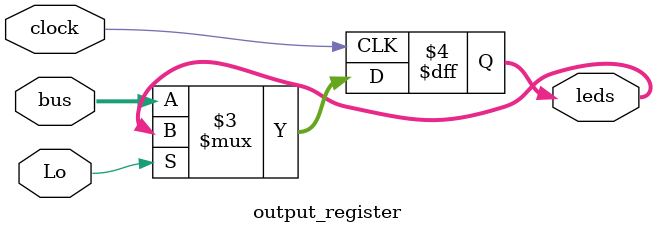
<source format=v>
module output_register(input [7:0] bus, input Lo, clock, output reg [7:0] leds);

/*
LEGENDA
Lo -> Permite pegar os valores do bus (LOW) ou nao (HIGH)
*/

always @ (posedge clock)
begin
	leds <= Lo == 0 ? bus: leds;
end

endmodule 
</source>
